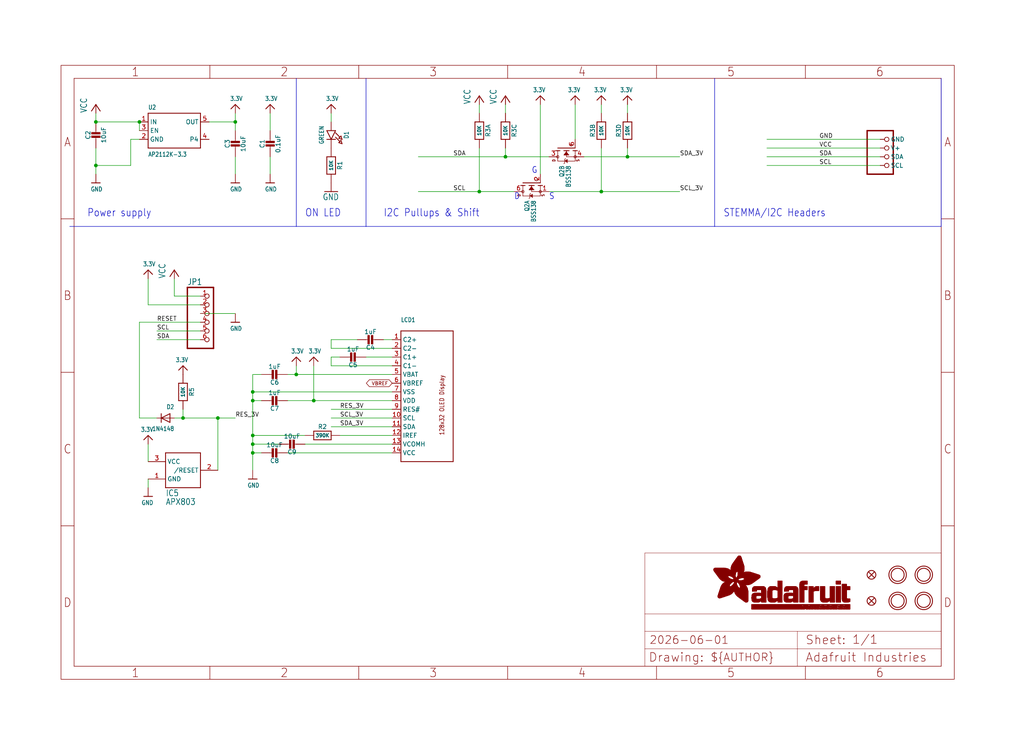
<source format=kicad_sch>
(kicad_sch (version 20230121) (generator eeschema)
  (paper "User" 298.45 217.322)
  (lib_symbols
    (symbol "working-eagle-import:3.3V" (power)
      (property "Value" "3.3V" (at -1.524 1.016 0))
      (symbol "3.3V_1_0"
        (pin power_in line (at 0 -2.54 90) (length 2.54) (name "3.3V") (number "1"))
      )
    )
    (symbol "working-eagle-import:AXP083-SAG"
      (property "Reference" "IC" (at -5.08 -7.62 0))
      (symbol "AXP083-SAG_1_0"
        (pin power_in line (at -10.16 -2.54 0) (length 5.08) (name "GND") (number "1"))
        (pin output line (at 10.16 0 180) (length 5.08) (name "/RESET") (number "2"))
        (pin power_in line (at -10.16 2.54 0) (length 5.08) (name "VCC") (number "3"))
      )
    )
    (symbol "working-eagle-import:CAP_CERAMIC0603_NO"
      (property "Reference" "C" (at -2.29 1.25 90))
      (symbol "CAP_CERAMIC0603_NO_1_0"
        (pin passive line (at 0 5.08 270) (length 2.54) (name "1") (number "1"))
        (pin passive line (at 0 -2.54 90) (length 2.54) (name "2") (number "2"))
      )
    )
    (symbol "working-eagle-import:CAP_CERAMIC0805-NOOUTLINE"
      (property "Reference" "C" (at -2.29 1.25 90))
      (symbol "CAP_CERAMIC0805-NOOUTLINE_1_0"
        (pin passive line (at 0 5.08 270) (length 2.54) (name "1") (number "1"))
        (pin passive line (at 0 -2.54 90) (length 2.54) (name "2") (number "2"))
      )
    )
    (symbol "working-eagle-import:DIODESOD-323F"
      (property "Reference" "D" (at -2.54 2.54 0))
      (symbol "DIODESOD-323F_1_0"
        (pin passive line (at -2.54 0 0) (length 2.54) (name "A") (number "A"))
        (pin passive line (at 2.54 0 180) (length 2.54) (name "C") (number "C"))
      )
    )
    (symbol "working-eagle-import:DISP_OLED_UG-2832HSWEG02"
      (property "Reference" "LCD" (at -7.62 22.86 0))
      (symbol "DISP_OLED_UG-2832HSWEG02_1_0"
        (text "128x32 OLED Display" (at 5.08 -10.16 900) (effects (font (size 1.27 1.0795)) (justify left bottom)))
        (pin bidirectional line (at -10.16 17.78 0) (length 2.54) (name "C2+") (number "1"))
        (pin bidirectional line (at -10.16 -5.08 0) (length 2.54) (name "SCL") (number "10"))
        (pin bidirectional line (at -10.16 -7.62 0) (length 2.54) (name "SDA") (number "11"))
        (pin bidirectional line (at -10.16 -10.16 0) (length 2.54) (name "IREF") (number "12"))
        (pin power_in line (at -10.16 -12.7 0) (length 2.54) (name "VCOMH") (number "13"))
        (pin power_in line (at -10.16 -15.24 0) (length 2.54) (name "VCC") (number "14"))
        (pin bidirectional line (at -10.16 15.24 0) (length 2.54) (name "C2-") (number "2"))
        (pin bidirectional line (at -10.16 12.7 0) (length 2.54) (name "C1+") (number "3"))
        (pin bidirectional line (at -10.16 10.16 0) (length 2.54) (name "C1-") (number "4"))
        (pin power_in line (at -10.16 7.62 0) (length 2.54) (name "VBAT") (number "5"))
        (pin power_in line (at -10.16 5.08 0) (length 2.54) (name "VBREF") (number "6"))
        (pin power_in line (at -10.16 2.54 0) (length 2.54) (name "VSS") (number "7"))
        (pin power_in line (at -10.16 0 0) (length 2.54) (name "VDD") (number "8"))
        (pin bidirectional line (at -10.16 -2.54 0) (length 2.54) (name "RES#") (number "9"))
      )
    )
    (symbol "working-eagle-import:FIDUCIAL_1MM")
    (symbol "working-eagle-import:FRAME_A4_ADAFRUIT"
      (symbol "FRAME_A4_ADAFRUIT_1_0"
        (text "${#}/${##}" (at 230.505 10.16 0) (effects (font (size 2.54 2.54)) (justify left bottom)))
        (text "${AUTHOR}" (at 189.23 5.08 0) (effects (font (size 2.286 2.286)) (justify left bottom)))
        (text "${CURRENT_DATE}" (at 171.45 10.16 0) (effects (font (size 2.286 2.286)) (justify left bottom)))
        (text "${PROJECTNAME}" (at 171.45 15.24 0) (effects (font (size 2.54 2.54)) (justify left bottom)))
        (text "1" (at 21.6958 1.905 0) (effects (font (size 2.54 2.286))))
        (text "1" (at 21.6958 177.165 0) (effects (font (size 2.54 2.286))))
        (text "2" (at 65.0875 1.905 0) (effects (font (size 2.54 2.286))))
        (text "2" (at 65.0875 177.165 0) (effects (font (size 2.54 2.286))))
        (text "3" (at 108.4792 1.905 0) (effects (font (size 2.54 2.286))))
        (text "3" (at 108.4792 177.165 0) (effects (font (size 2.54 2.286))))
        (text "4" (at 151.8708 1.905 0) (effects (font (size 2.54 2.286))))
        (text "4" (at 151.8708 177.165 0) (effects (font (size 2.54 2.286))))
        (text "5" (at 195.2625 1.905 0) (effects (font (size 2.54 2.286))))
        (text "5" (at 195.2625 177.165 0) (effects (font (size 2.54 2.286))))
        (text "6" (at 238.6542 1.905 0) (effects (font (size 2.54 2.286))))
        (text "6" (at 238.6542 177.165 0) (effects (font (size 2.54 2.286))))
        (text "A" (at 1.905 156.6863 0) (effects (font (size 2.54 2.286))))
        (text "A" (at 258.445 156.6863 0) (effects (font (size 2.54 2.286))))
        (text "Adafruit Industries" (at 216.916 4.953 0) (effects (font (size 2.54 2.54)) (justify left bottom)))
        (text "B" (at 1.905 111.9188 0) (effects (font (size 2.54 2.286))))
        (text "B" (at 258.445 111.9188 0) (effects (font (size 2.54 2.286))))
        (text "C" (at 1.905 67.1513 0) (effects (font (size 2.54 2.286))))
        (text "C" (at 258.445 67.1513 0) (effects (font (size 2.54 2.286))))
        (text "D" (at 1.905 22.3838 0) (effects (font (size 2.54 2.286))))
        (text "D" (at 258.445 22.3838 0) (effects (font (size 2.54 2.286))))
        (text "Drawing:" (at 171.196 4.953 0) (effects (font (size 2.54 2.54)) (justify left bottom)))
        (text "Sheet:" (at 216.916 10.033 0) (effects (font (size 2.54 2.54)) (justify left bottom)))
      )
    )
    (symbol "working-eagle-import:GND" (power)
      (property "Value" "GND" (at -1.524 -2.54 0))
      (symbol "GND_1_0"
        (pin power_in line (at 0 2.54 270) (length 2.54) (name "GND") (number "1"))
      )
    )
    (symbol "working-eagle-import:HEADER-1X670MIL"
      (property "Reference" "JP" (at -6.35 10.795 0))
      (symbol "HEADER-1X670MIL_1_0"
        (pin passive inverted (at -2.54 7.62 0) (length 2.54) (name "1") (number "1"))
        (pin passive inverted (at -2.54 5.08 0) (length 2.54) (name "2") (number "2"))
        (pin passive inverted (at -2.54 2.54 0) (length 2.54) (name "3") (number "3"))
        (pin passive inverted (at -2.54 0 0) (length 2.54) (name "4") (number "4"))
        (pin passive inverted (at -2.54 -2.54 0) (length 2.54) (name "5") (number "5"))
        (pin passive inverted (at -2.54 -5.08 0) (length 2.54) (name "6") (number "6"))
      )
    )
    (symbol "working-eagle-import:LED0603_NOOUTLINE"
      (property "Reference" "D" (at -1.27 4.445 0))
      (symbol "LED0603_NOOUTLINE_1_0"
        (pin passive line (at -5.08 0 0) (length 2.54) (name "A") (number "A"))
        (pin passive line (at 2.54 0 180) (length 2.54) (name "C") (number "C"))
      )
    )
    (symbol "working-eagle-import:MOSFET-N_DUAL"
      (property "Reference" "Q" (at 5.08 0.635 0))
      (symbol "MOSFET-N_DUAL_1_0"
        (text "D" (at 3.175 3.175 0) (effects (font (size 0.8128 0.6908)) (justify left bottom)))
        (text "G" (at -1.27 -1.905 0) (effects (font (size 0.8128 0.6908)) (justify left bottom)))
        (text "S" (at 3.175 -3.81 0) (effects (font (size 0.8128 0.6908)) (justify left bottom)))
        (pin bidirectional line (at 2.54 -5.08 90) (length 2.54) (name "S") (number "1"))
        (pin bidirectional line (at -2.54 -2.54 0) (length 2.54) (name "G") (number "2"))
        (pin bidirectional line (at 2.54 5.08 270) (length 2.54) (name "D") (number "6"))
      )
      (symbol "MOSFET-N_DUAL_2_0"
        (text "D" (at 3.175 3.175 0) (effects (font (size 0.8128 0.6908)) (justify left bottom)))
        (text "G" (at -1.27 -1.905 0) (effects (font (size 0.8128 0.6908)) (justify left bottom)))
        (text "S" (at 3.175 -3.81 0) (effects (font (size 0.8128 0.6908)) (justify left bottom)))
        (pin bidirectional line (at 2.54 5.08 270) (length 2.54) (name "D") (number "3"))
        (pin bidirectional line (at 2.54 -5.08 90) (length 2.54) (name "S") (number "4"))
        (pin bidirectional line (at -2.54 -2.54 0) (length 2.54) (name "G") (number "5"))
      )
    )
    (symbol "working-eagle-import:MOUNTINGHOLE2.5")
    (symbol "working-eagle-import:RESISTOR_0603_NOOUT"
      (property "Reference" "R" (at 0 2.54 0))
      (symbol "RESISTOR_0603_NOOUT_1_0"
        (pin passive line (at -5.08 0 0) (length 2.54) (name "1") (number "1"))
        (pin passive line (at 5.08 0 180) (length 2.54) (name "2") (number "2"))
      )
    )
    (symbol "working-eagle-import:RESISTOR_4PACK"
      (property "Reference" "R" (at 0 2.54 0))
      (symbol "RESISTOR_4PACK_1_0"
        (pin passive line (at -5.08 0 0) (length 2.54) (name "1") (number "1"))
        (pin passive line (at 5.08 0 180) (length 2.54) (name "2") (number "8"))
      )
      (symbol "RESISTOR_4PACK_2_0"
        (pin passive line (at -5.08 0 0) (length 2.54) (name "1") (number "2"))
        (pin passive line (at 5.08 0 180) (length 2.54) (name "2") (number "7"))
      )
      (symbol "RESISTOR_4PACK_3_0"
        (pin passive line (at -5.08 0 0) (length 2.54) (name "1") (number "3"))
        (pin passive line (at 5.08 0 180) (length 2.54) (name "2") (number "6"))
      )
      (symbol "RESISTOR_4PACK_4_0"
        (pin passive line (at -5.08 0 0) (length 2.54) (name "1") (number "4"))
        (pin passive line (at 5.08 0 180) (length 2.54) (name "2") (number "5"))
      )
    )
    (symbol "working-eagle-import:STEMMA_I2C_QT"
      (symbol "STEMMA_I2C_QT_1_0"
        (pin passive inverted (at 0 5.08 0) (length 2.54) (name "GND") (number "1"))
        (pin passive inverted (at 0 2.54 0) (length 2.54) (name "V+") (number "2"))
        (pin passive inverted (at 0 0 0) (length 2.54) (name "SDA") (number "3"))
        (pin passive inverted (at 0 -2.54 0) (length 2.54) (name "SCL") (number "4"))
      )
      (symbol "STEMMA_I2C_QT_2_0"
        (pin bidirectional line (at 0 0 0) (length 5.08) (name "MT") (number "MT1"))
      )
      (symbol "STEMMA_I2C_QT_3_0"
        (pin bidirectional line (at 0 0 0) (length 5.08) (name "MT") (number "MT2"))
      )
    )
    (symbol "working-eagle-import:VCC" (power)
      (property "Value" "VCC" (at -2.54 -2.54 90))
      (symbol "VCC_1_0"
        (pin power_in line (at 0 -2.54 90) (length 2.54) (name "VCC") (number "1"))
      )
    )
    (symbol "working-eagle-import:VREG_SOT23-5"
      (property "Reference" "U" (at -7.62 6.096 0))
      (symbol "VREG_SOT23-5_1_0"
        (pin power_in line (at -10.16 2.54 0) (length 2.54) (name "IN") (number "1"))
        (pin power_in line (at -10.16 -2.54 0) (length 2.54) (name "GND") (number "2"))
        (pin input line (at -10.16 0 0) (length 2.54) (name "EN") (number "3"))
        (pin bidirectional line (at 10.16 -2.54 180) (length 2.54) (name "P4") (number "4"))
        (pin power_in line (at 10.16 2.54 180) (length 2.54) (name "OUT") (number "5"))
      )
    )
    (symbol "working-eagle-import:supply1_GND" (power)
      (property "Value" "supply1_GND" (at -2.54 -2.54 0))
      (symbol "supply1_GND_1_0"
        (pin power_in line (at 0 2.54 270) (length 2.54) (name "GND") (number "1"))
      )
    )
  )
  (junction (at 73.66 129.54))
  (junction (at 175.26 55.88))
  (junction (at 182.88 45.72))
  (junction (at 73.66 114.3))
  (junction (at 73.66 127))
  (junction (at 40.64 35.56))
  (junction (at 139.7 55.88))
  (junction (at 63.5 121.92))
  (junction (at 27.94 35.56))
  (junction (at 86.36 109.22))
  (junction (at 68.58 35.56))
  (junction (at 91.44 116.84))
  (junction (at 27.94 48.26))
  (junction (at 73.66 132.08))
  (junction (at 73.66 116.84))
  (junction (at 53.34 121.92))
  (junction (at 147.32 45.72))
  (wire (pts (xy 43.18 134.62) (xy 43.18 129.54)) (stroke (width 0.1524)))
  (wire (pts (xy 68.58 35.56) (xy 68.58 38.1)) (stroke (width 0.1524)))
  (wire (pts (xy 38.1 48.26) (xy 27.94 48.26)) (stroke (width 0.1524)))
  (wire (pts (xy 45.72 121.92) (xy 40.64 121.92)) (stroke (width 0.1524)))
  (wire (pts (xy 53.34 121.92) (xy 63.5 121.92)) (stroke (width 0.1524)))
  (wire (pts (xy 86.36 109.22) (xy 83.82 109.22)) (stroke (width 0.1524)))
  (wire (pts (xy 139.7 43.18) (xy 139.7 55.88)) (stroke (width 0.1524)))
  (wire (pts (xy 86.36 106.68) (xy 86.36 109.22)) (stroke (width 0.1524)))
  (wire (pts (xy 114.3 124.46) (xy 96.52 124.46)) (stroke (width 0.1524)))
  (wire (pts (xy 96.52 101.6) (xy 114.3 101.6)) (stroke (width 0.1524)))
  (wire (pts (xy 160.02 55.88) (xy 175.26 55.88)) (stroke (width 0.1524)))
  (wire (pts (xy 58.42 96.52) (xy 45.72 96.52)) (stroke (width 0.1524)))
  (wire (pts (xy 88.9 127) (xy 73.66 127)) (stroke (width 0.1524)))
  (wire (pts (xy 182.88 43.18) (xy 182.88 45.72)) (stroke (width 0.1524)))
  (wire (pts (xy 53.34 119.38) (xy 53.34 121.92)) (stroke (width 0.1524)))
  (wire (pts (xy 147.32 45.72) (xy 121.92 45.72)) (stroke (width 0.1524)))
  (wire (pts (xy 43.18 88.9) (xy 43.18 81.28)) (stroke (width 0.1524)))
  (wire (pts (xy 175.26 55.88) (xy 198.12 55.88)) (stroke (width 0.1524)))
  (wire (pts (xy 114.3 129.54) (xy 88.9 129.54)) (stroke (width 0.1524)))
  (wire (pts (xy 78.74 33.02) (xy 78.74 38.1)) (stroke (width 0.1524)))
  (wire (pts (xy 91.44 106.68) (xy 91.44 116.84)) (stroke (width 0.1524)))
  (wire (pts (xy 114.3 109.22) (xy 86.36 109.22)) (stroke (width 0.1524)))
  (wire (pts (xy 96.52 104.14) (xy 96.52 106.68)) (stroke (width 0.1524)))
  (wire (pts (xy 76.2 109.22) (xy 73.66 109.22)) (stroke (width 0.1524)))
  (wire (pts (xy 256.54 45.72) (xy 223.52 45.72)) (stroke (width 0.1524)))
  (polyline (pts (xy 208.28 66.04) (xy 274.32 66.04)) (stroke (width 0.1524) (type solid)))
  (wire (pts (xy 157.48 50.8) (xy 157.48 30.48)) (stroke (width 0.1524)))
  (wire (pts (xy 96.52 99.06) (xy 96.52 101.6)) (stroke (width 0.1524)))
  (wire (pts (xy 76.2 132.08) (xy 73.66 132.08)) (stroke (width 0.1524)))
  (wire (pts (xy 223.52 43.18) (xy 256.54 43.18)) (stroke (width 0.1524)))
  (wire (pts (xy 170.18 45.72) (xy 182.88 45.72)) (stroke (width 0.1524)))
  (wire (pts (xy 38.1 40.64) (xy 38.1 48.26)) (stroke (width 0.1524)))
  (wire (pts (xy 114.3 119.38) (xy 96.52 119.38)) (stroke (width 0.1524)))
  (wire (pts (xy 40.64 38.1) (xy 40.64 35.56)) (stroke (width 0.1524)))
  (wire (pts (xy 139.7 55.88) (xy 121.92 55.88)) (stroke (width 0.1524)))
  (wire (pts (xy 63.5 121.92) (xy 68.58 121.92)) (stroke (width 0.1524)))
  (wire (pts (xy 60.96 35.56) (xy 68.58 35.56)) (stroke (width 0.1524)))
  (polyline (pts (xy 106.68 22.86) (xy 106.68 66.04)) (stroke (width 0.1524) (type solid)))
  (wire (pts (xy 76.2 116.84) (xy 73.66 116.84)) (stroke (width 0.1524)))
  (wire (pts (xy 114.3 116.84) (xy 91.44 116.84)) (stroke (width 0.1524)))
  (wire (pts (xy 139.7 30.48) (xy 139.7 33.02)) (stroke (width 0.1524)))
  (wire (pts (xy 50.8 121.92) (xy 53.34 121.92)) (stroke (width 0.1524)))
  (wire (pts (xy 147.32 33.02) (xy 147.32 30.48)) (stroke (width 0.1524)))
  (wire (pts (xy 78.74 45.72) (xy 78.74 50.8)) (stroke (width 0.1524)))
  (wire (pts (xy 58.42 93.98) (xy 40.64 93.98)) (stroke (width 0.1524)))
  (polyline (pts (xy 86.36 22.86) (xy 86.36 66.04)) (stroke (width 0.1524) (type solid)))
  (wire (pts (xy 27.94 33.02) (xy 27.94 35.56)) (stroke (width 0.1524)))
  (wire (pts (xy 182.88 33.02) (xy 182.88 30.48)) (stroke (width 0.1524)))
  (wire (pts (xy 73.66 132.08) (xy 73.66 137.16)) (stroke (width 0.1524)))
  (wire (pts (xy 175.26 43.18) (xy 175.26 55.88)) (stroke (width 0.1524)))
  (wire (pts (xy 149.86 55.88) (xy 139.7 55.88)) (stroke (width 0.1524)))
  (wire (pts (xy 27.94 48.26) (xy 27.94 43.18)) (stroke (width 0.1524)))
  (polyline (pts (xy 106.68 66.04) (xy 208.28 66.04)) (stroke (width 0.1524) (type solid)))
  (wire (pts (xy 167.64 40.64) (xy 167.64 30.48)) (stroke (width 0.1524)))
  (polyline (pts (xy 20.32 66.04) (xy 86.36 66.04)) (stroke (width 0.1524) (type solid)))
  (wire (pts (xy 114.3 99.06) (xy 111.76 99.06)) (stroke (width 0.1524)))
  (wire (pts (xy 73.66 116.84) (xy 73.66 127)) (stroke (width 0.1524)))
  (wire (pts (xy 147.32 43.18) (xy 147.32 45.72)) (stroke (width 0.1524)))
  (wire (pts (xy 256.54 40.64) (xy 223.52 40.64)) (stroke (width 0.1524)))
  (wire (pts (xy 99.06 104.14) (xy 96.52 104.14)) (stroke (width 0.1524)))
  (wire (pts (xy 81.28 129.54) (xy 73.66 129.54)) (stroke (width 0.1524)))
  (wire (pts (xy 160.02 45.72) (xy 147.32 45.72)) (stroke (width 0.1524)))
  (wire (pts (xy 40.64 121.92) (xy 40.64 93.98)) (stroke (width 0.1524)))
  (wire (pts (xy 175.26 33.02) (xy 175.26 30.48)) (stroke (width 0.1524)))
  (wire (pts (xy 40.64 40.64) (xy 38.1 40.64)) (stroke (width 0.1524)))
  (wire (pts (xy 73.66 109.22) (xy 73.66 114.3)) (stroke (width 0.1524)))
  (wire (pts (xy 50.8 86.36) (xy 50.8 81.28)) (stroke (width 0.1524)))
  (wire (pts (xy 73.66 129.54) (xy 73.66 132.08)) (stroke (width 0.1524)))
  (wire (pts (xy 40.64 35.56) (xy 27.94 35.56)) (stroke (width 0.1524)))
  (wire (pts (xy 73.66 114.3) (xy 73.66 116.84)) (stroke (width 0.1524)))
  (wire (pts (xy 58.42 91.44) (xy 68.58 91.44)) (stroke (width 0.1524)))
  (wire (pts (xy 58.42 99.06) (xy 45.72 99.06)) (stroke (width 0.1524)))
  (wire (pts (xy 91.44 116.84) (xy 83.82 116.84)) (stroke (width 0.1524)))
  (wire (pts (xy 73.66 127) (xy 73.66 129.54)) (stroke (width 0.1524)))
  (wire (pts (xy 114.3 114.3) (xy 73.66 114.3)) (stroke (width 0.1524)))
  (wire (pts (xy 182.88 45.72) (xy 198.12 45.72)) (stroke (width 0.1524)))
  (wire (pts (xy 68.58 35.56) (xy 68.58 33.02)) (stroke (width 0.1524)))
  (polyline (pts (xy 274.32 22.86) (xy 274.32 66.04)) (stroke (width 0.1524) (type solid)))
  (wire (pts (xy 96.52 35.56) (xy 96.52 33.02)) (stroke (width 0.1524)))
  (wire (pts (xy 223.52 48.26) (xy 256.54 48.26)) (stroke (width 0.1524)))
  (wire (pts (xy 63.5 137.16) (xy 63.5 121.92)) (stroke (width 0.1524)))
  (polyline (pts (xy 86.36 66.04) (xy 106.68 66.04)) (stroke (width 0.1524) (type solid)))
  (wire (pts (xy 114.3 104.14) (xy 106.68 104.14)) (stroke (width 0.1524)))
  (wire (pts (xy 58.42 88.9) (xy 43.18 88.9)) (stroke (width 0.1524)))
  (wire (pts (xy 68.58 45.72) (xy 68.58 50.8)) (stroke (width 0.1524)))
  (wire (pts (xy 114.3 121.92) (xy 96.52 121.92)) (stroke (width 0.1524)))
  (polyline (pts (xy 208.28 22.86) (xy 208.28 66.04)) (stroke (width 0.1524) (type solid)))
  (wire (pts (xy 114.3 132.08) (xy 83.82 132.08)) (stroke (width 0.1524)))
  (wire (pts (xy 43.18 139.7) (xy 43.18 142.24)) (stroke (width 0.1524)))
  (wire (pts (xy 104.14 99.06) (xy 96.52 99.06)) (stroke (width 0.1524)))
  (wire (pts (xy 96.52 106.68) (xy 114.3 106.68)) (stroke (width 0.1524)))
  (wire (pts (xy 58.42 86.36) (xy 50.8 86.36)) (stroke (width 0.1524)))
  (wire (pts (xy 27.94 48.26) (xy 27.94 50.8)) (stroke (width 0.1524)))
  (wire (pts (xy 114.3 127) (xy 99.06 127)) (stroke (width 0.1524)))
  (text "STEMMA/I2C Headers" (at 210.82 63.5 0) (effects (font (size 2.1844 1.8567)) (justify left bottom)))
  (text "Power supply" (at 25.4 63.5 0) (effects (font (size 2.1844 1.8567)) (justify left bottom)))
  (text "D" (at 149.86 58.42 0) (effects (font (size 1.778 1.5113)) (justify left bottom)))
  (text "ON LED" (at 88.9 63.5 0) (effects (font (size 2.1844 1.8567)) (justify left bottom)))
  (text "I2C Pullups & Shift" (at 111.76 63.5 0) (effects (font (size 2.1844 1.8567)) (justify left bottom)))
  (text "G" (at 154.94 50.8 0) (effects (font (size 1.778 1.5113)) (justify left bottom)))
  (text "S" (at 160.02 58.42 0) (effects (font (size 1.778 1.5113)) (justify left bottom)))
  (label "SDA_3V" (at 198.12 45.72 0) (effects (font (size 1.2446 1.2446))))
  (label "SCL" (at 238.76 48.26 0) (effects (font (size 1.2446 1.2446))))
  (label "SCL" (at 132.08 55.88 0) (effects (font (size 1.2446 1.2446))))
  (label "GND" (at 238.76 40.64 0) (effects (font (size 1.2446 1.2446))))
  (label "RESET" (at 45.72 93.98 0) (effects (font (size 1.2446 1.2446))))
  (label "SCL_3V" (at 99.06 121.92 0) (effects (font (size 1.2446 1.2446))))
  (label "RES_3V" (at 99.06 119.38 0) (effects (font (size 1.2446 1.2446))))
  (label "SDA" (at 238.76 45.72 0) (effects (font (size 1.2446 1.2446))))
  (label "SDA" (at 132.08 45.72 0) (effects (font (size 1.2446 1.2446))))
  (label "SDA" (at 45.72 99.06 0) (effects (font (size 1.2446 1.2446))))
  (label "SCL" (at 45.72 96.52 0) (effects (font (size 1.2446 1.2446))))
  (label "SCL_3V" (at 198.12 55.88 0) (effects (font (size 1.2446 1.2446))))
  (label "SDA_3V" (at 99.06 124.46 0) (effects (font (size 1.2446 1.2446))))
  (label "RES_3V" (at 68.58 121.92 0) (effects (font (size 1.2446 1.2446))))
  (label "VCC" (at 238.76 43.18 0) (effects (font (size 1.2446 1.2446))))
  (global_label "VBREF" (shape bidirectional) (at 114.3 111.76 180) (effects (font (size 1.016 1.016))) (property "Intersheetrefs" "${INTERSHEET_REFS}" (effects hide)))
  (symbol (lib_id "working-eagle-import:DIODESOD-323F") (at 48.26 121.92 0) (mirror y) (unit 1)
    (property "Reference" "D2" (at 50.8 119.38 0) (effects (font (size 1.27 1.0795)) (justify left bottom)))
    (property "Value" "1N4148" (at 50.8 125.73 0) (effects (font (size 1.27 1.0795)) (justify left bottom)))
    (property "Footprint" "working:SOD-323F" (effects hide))
  )
  (symbol (lib_id "working-eagle-import:RESISTOR_4PACK") (at 175.26 38.1 90) (mirror x) (unit 2)
    (property "Reference" "R3" (at 172.72 38.1 0))
    (property "Value" "10K" (at 175.26 38.1 0) (effects (font (size 1.016 1.016) bold)))
    (property "Footprint" "working:RESPACK_4X0603" (effects hide))
  )
  (symbol (lib_id "working-eagle-import:CAP_CERAMIC0805-NOOUTLINE") (at 81.28 109.22 90) (unit 1)
    (property "Reference" "C6" (at 80.03 111.51 90))
    (property "Value" "1uF" (at 80.03 106.92 90))
    (property "Footprint" "working:0805-NO" (effects hide))
  )
  (symbol (lib_id "working-eagle-import:GND") (at 68.58 53.34 0) (unit 1)
    (property "Reference" "#U$5" (effects hide))
    (property "Value" "GND" (at 67.056 55.88 0) (effects (font (size 1.27 1.0795)) (justify left bottom)))
  )
  (symbol (lib_id "working-eagle-import:GND") (at 73.66 139.7 0) (unit 1)
    (property "Reference" "#U$4" (effects hide))
    (property "Value" "GND" (at 72.136 142.24 0) (effects (font (size 1.27 1.0795)) (justify left bottom)))
  )
  (symbol (lib_id "working-eagle-import:HEADER-1X670MIL") (at 60.96 93.98 0) (unit 1)
    (property "Reference" "JP1" (at 54.61 83.185 0) (effects (font (size 1.778 1.5113)) (justify left bottom)))
    (property "Value" "HEADER-1X670MIL" (effects hide))
    (property "Footprint" "working:1X06_ROUND_70" (effects hide))
  )
  (symbol (lib_id "working-eagle-import:MOSFET-N_DUAL") (at 165.1 43.18 90) (mirror x) (unit 2)
    (property "Reference" "Q2" (at 164.465 48.26 0) (effects (font (size 1.27 1.0795)) (justify left bottom)))
    (property "Value" "BSS138" (at 166.37 48.26 0) (effects (font (size 1.27 1.0795)) (justify left bottom)))
    (property "Footprint" "working:SOT363" (effects hide))
  )
  (symbol (lib_id "working-eagle-import:3.3V") (at 182.88 27.94 0) (mirror y) (unit 1)
    (property "Reference" "#U$7" (effects hide))
    (property "Value" "3.3V" (at 184.404 26.924 0) (effects (font (size 1.27 1.0795)) (justify left bottom)))
  )
  (symbol (lib_id "working-eagle-import:CAP_CERAMIC0805-NOOUTLINE") (at 81.28 116.84 90) (unit 1)
    (property "Reference" "C7" (at 80.03 119.13 90))
    (property "Value" "1uF" (at 80.03 114.54 90))
    (property "Footprint" "working:0805-NO" (effects hide))
  )
  (symbol (lib_id "working-eagle-import:3.3V") (at 53.34 106.68 0) (mirror y) (unit 1)
    (property "Reference" "#U$34" (effects hide))
    (property "Value" "3.3V" (at 54.864 105.664 0) (effects (font (size 1.27 1.0795)) (justify left bottom)))
  )
  (symbol (lib_id "working-eagle-import:MOUNTINGHOLE2.5") (at 261.62 175.26 0) (unit 1)
    (property "Reference" "U$1" (effects hide))
    (property "Value" "MOUNTINGHOLE2.5" (effects hide))
    (property "Footprint" "working:MOUNTINGHOLE_2.5_PLATED" (effects hide))
  )
  (symbol (lib_id "working-eagle-import:RESISTOR_4PACK") (at 139.7 38.1 270) (unit 1)
    (property "Reference" "R3" (at 142.24 38.1 0))
    (property "Value" "10K" (at 139.7 38.1 0) (effects (font (size 1.016 1.016) bold)))
    (property "Footprint" "working:RESPACK_4X0603" (effects hide))
  )
  (symbol (lib_id "working-eagle-import:RESISTOR_0603_NOOUT") (at 53.34 114.3 270) (mirror x) (unit 1)
    (property "Reference" "R5" (at 55.88 114.3 0))
    (property "Value" "10K" (at 53.34 114.3 0) (effects (font (size 1.016 1.016) bold)))
    (property "Footprint" "working:0603-NO" (effects hide))
  )
  (symbol (lib_id "working-eagle-import:CAP_CERAMIC0805-NOOUTLINE") (at 81.28 132.08 90) (unit 1)
    (property "Reference" "C8" (at 80.03 134.37 90))
    (property "Value" "10uF" (at 80.03 129.78 90))
    (property "Footprint" "working:0805-NO" (effects hide))
  )
  (symbol (lib_id "working-eagle-import:3.3V") (at 43.18 127 0) (mirror y) (unit 1)
    (property "Reference" "#U$11" (effects hide))
    (property "Value" "3.3V" (at 44.704 125.984 0) (effects (font (size 1.27 1.0795)) (justify left bottom)))
  )
  (symbol (lib_id "working-eagle-import:3.3V") (at 43.18 78.74 0) (unit 1)
    (property "Reference" "#U$16" (effects hide))
    (property "Value" "3.3V" (at 41.656 77.724 0) (effects (font (size 1.27 1.0795)) (justify left bottom)))
  )
  (symbol (lib_id "working-eagle-import:CAP_CERAMIC0805-NOOUTLINE") (at 109.22 99.06 90) (unit 1)
    (property "Reference" "C4" (at 107.97 101.35 90))
    (property "Value" "1uF" (at 107.97 96.76 90))
    (property "Footprint" "working:0805-NO" (effects hide))
  )
  (symbol (lib_id "working-eagle-import:CAP_CERAMIC0805-NOOUTLINE") (at 27.94 40.64 0) (unit 1)
    (property "Reference" "C2" (at 25.65 39.39 90))
    (property "Value" "10uF" (at 30.24 39.39 90))
    (property "Footprint" "working:0805-NO" (effects hide))
  )
  (symbol (lib_id "working-eagle-import:VCC") (at 50.8 78.74 0) (unit 1)
    (property "Reference" "#P+4" (effects hide))
    (property "Value" "VCC" (at 48.26 81.28 90) (effects (font (size 1.778 1.5113)) (justify left bottom)))
  )
  (symbol (lib_id "working-eagle-import:3.3V") (at 175.26 27.94 0) (mirror y) (unit 1)
    (property "Reference" "#U$24" (effects hide))
    (property "Value" "3.3V" (at 176.784 26.924 0) (effects (font (size 1.27 1.0795)) (justify left bottom)))
  )
  (symbol (lib_id "working-eagle-import:VCC") (at 139.7 27.94 0) (unit 1)
    (property "Reference" "#P+1" (effects hide))
    (property "Value" "VCC" (at 137.16 30.48 90) (effects (font (size 1.778 1.5113)) (justify left bottom)))
  )
  (symbol (lib_id "working-eagle-import:GND") (at 27.94 53.34 0) (unit 1)
    (property "Reference" "#U$13" (effects hide))
    (property "Value" "GND" (at 26.416 55.88 0) (effects (font (size 1.27 1.0795)) (justify left bottom)))
  )
  (symbol (lib_id "working-eagle-import:VCC") (at 27.94 30.48 0) (unit 1)
    (property "Reference" "#P+3" (effects hide))
    (property "Value" "VCC" (at 25.4 33.02 90) (effects (font (size 1.778 1.5113)) (justify left bottom)))
  )
  (symbol (lib_id "working-eagle-import:3.3V") (at 91.44 104.14 0) (unit 1)
    (property "Reference" "#U$9" (effects hide))
    (property "Value" "3.3V" (at 89.916 103.124 0) (effects (font (size 1.27 1.0795)) (justify left bottom)))
  )
  (symbol (lib_id "working-eagle-import:MOUNTINGHOLE2.5") (at 269.24 175.26 0) (unit 1)
    (property "Reference" "U$21" (effects hide))
    (property "Value" "MOUNTINGHOLE2.5" (effects hide))
    (property "Footprint" "working:MOUNTINGHOLE_2.5_PLATED" (effects hide))
  )
  (symbol (lib_id "working-eagle-import:RESISTOR_4PACK") (at 182.88 38.1 90) (mirror x) (unit 4)
    (property "Reference" "R3" (at 180.34 38.1 0))
    (property "Value" "10K" (at 182.88 38.1 0) (effects (font (size 1.016 1.016) bold)))
    (property "Footprint" "working:RESPACK_4X0603" (effects hide))
  )
  (symbol (lib_id "working-eagle-import:CAP_CERAMIC0603_NO") (at 78.74 43.18 0) (unit 1)
    (property "Reference" "C1" (at 76.45 41.93 90))
    (property "Value" "0.1uF" (at 81.04 41.93 90))
    (property "Footprint" "working:0603-NO" (effects hide))
  )
  (symbol (lib_id "working-eagle-import:RESISTOR_4PACK") (at 147.32 38.1 270) (unit 3)
    (property "Reference" "R3" (at 149.86 38.1 0))
    (property "Value" "10K" (at 147.32 38.1 0) (effects (font (size 1.016 1.016) bold)))
    (property "Footprint" "working:RESPACK_4X0603" (effects hide))
  )
  (symbol (lib_id "working-eagle-import:CAP_CERAMIC0805-NOOUTLINE") (at 104.14 104.14 90) (unit 1)
    (property "Reference" "C5" (at 102.89 106.43 90))
    (property "Value" "1uF" (at 102.89 101.84 90))
    (property "Footprint" "working:0805-NO" (effects hide))
  )
  (symbol (lib_id "working-eagle-import:GND") (at 68.58 93.98 0) (unit 1)
    (property "Reference" "#U$10" (effects hide))
    (property "Value" "GND" (at 67.056 96.52 0) (effects (font (size 1.27 1.0795)) (justify left bottom)))
  )
  (symbol (lib_id "working-eagle-import:CAP_CERAMIC0805-NOOUTLINE") (at 86.36 129.54 90) (unit 1)
    (property "Reference" "C9" (at 85.11 131.83 90))
    (property "Value" "10uF" (at 85.11 127.24 90))
    (property "Footprint" "working:0805-NO" (effects hide))
  )
  (symbol (lib_id "working-eagle-import:VREG_SOT23-5") (at 50.8 38.1 0) (unit 1)
    (property "Reference" "U2" (at 43.18 32.004 0) (effects (font (size 1.27 1.0795)) (justify left bottom)))
    (property "Value" "AP2112K-3.3" (at 43.18 45.72 0) (effects (font (size 1.27 1.0795)) (justify left bottom)))
    (property "Footprint" "working:SOT23-5" (effects hide))
  )
  (symbol (lib_id "working-eagle-import:DISP_OLED_UG-2832HSWEG02") (at 124.46 116.84 0) (unit 1)
    (property "Reference" "LCD1" (at 116.84 93.98 0) (effects (font (size 1.27 1.0795)) (justify left bottom)))
    (property "Value" "DISP_OLED_UG-2832HSWEG02" (effects hide))
    (property "Footprint" "working:UG-2832HSWEG02_WRAPUNDER" (effects hide))
  )
  (symbol (lib_id "working-eagle-import:MOUNTINGHOLE2.5") (at 261.62 167.64 0) (unit 1)
    (property "Reference" "U$17" (effects hide))
    (property "Value" "MOUNTINGHOLE2.5" (effects hide))
    (property "Footprint" "working:MOUNTINGHOLE_2.5_PLATED" (effects hide))
  )
  (symbol (lib_id "working-eagle-import:FIDUCIAL_1MM") (at 254 175.26 0) (unit 1)
    (property "Reference" "FID3" (effects hide))
    (property "Value" "FIDUCIAL_1MM" (effects hide))
    (property "Footprint" "working:FIDUCIAL_1MM" (effects hide))
  )
  (symbol (lib_id "working-eagle-import:STEMMA_I2C_QT") (at 256.54 45.72 0) (unit 1)
    (property "Reference" "CONN4" (effects hide))
    (property "Value" "STEMMA_I2C_QT" (effects hide))
    (property "Footprint" "working:JST_SH4" (effects hide))
  )
  (symbol (lib_id "working-eagle-import:LED0603_NOOUTLINE") (at 96.52 40.64 270) (unit 1)
    (property "Reference" "D1" (at 100.965 39.37 0) (effects (font (size 1.27 1.0795))))
    (property "Value" "GREEN" (at 93.726 39.37 0) (effects (font (size 1.27 1.0795))))
    (property "Footprint" "working:CHIPLED_0603_NOOUTLINE" (effects hide))
  )
  (symbol (lib_id "working-eagle-import:RESISTOR_0603_NOOUT") (at 93.98 127 0) (unit 1)
    (property "Reference" "R2" (at 93.98 124.46 0))
    (property "Value" "390K" (at 93.98 127 0) (effects (font (size 1.016 1.016) bold)))
    (property "Footprint" "working:0603-NO" (effects hide))
  )
  (symbol (lib_id "working-eagle-import:MOSFET-N_DUAL") (at 154.94 53.34 90) (mirror x) (unit 1)
    (property "Reference" "Q2" (at 154.305 58.42 0) (effects (font (size 1.27 1.0795)) (justify left bottom)))
    (property "Value" "BSS138" (at 156.21 58.42 0) (effects (font (size 1.27 1.0795)) (justify left bottom)))
    (property "Footprint" "working:SOT363" (effects hide))
  )
  (symbol (lib_id "working-eagle-import:GND") (at 78.74 53.34 0) (unit 1)
    (property "Reference" "#U$6" (effects hide))
    (property "Value" "GND" (at 77.216 55.88 0) (effects (font (size 1.27 1.0795)) (justify left bottom)))
  )
  (symbol (lib_id "working-eagle-import:FRAME_A4_ADAFRUIT") (at 17.78 198.12 0) (unit 1)
    (property "Reference" "#U$18" (effects hide))
    (property "Value" "FRAME_A4_ADAFRUIT" (effects hide))
  )
  (symbol (lib_id "working-eagle-import:FIDUCIAL_1MM") (at 254 167.64 0) (unit 1)
    (property "Reference" "FID4" (effects hide))
    (property "Value" "FIDUCIAL_1MM" (effects hide))
    (property "Footprint" "working:FIDUCIAL_1MM" (effects hide))
  )
  (symbol (lib_id "working-eagle-import:RESISTOR_0603_NOOUT") (at 96.52 48.26 270) (unit 1)
    (property "Reference" "R1" (at 99.06 48.26 0))
    (property "Value" "10K" (at 96.52 48.26 0) (effects (font (size 1.016 1.016) bold)))
    (property "Footprint" "working:0603-NO" (effects hide))
  )
  (symbol (lib_id "working-eagle-import:3.3V") (at 96.52 30.48 0) (unit 1)
    (property "Reference" "#U$3" (effects hide))
    (property "Value" "3.3V" (at 94.996 29.464 0) (effects (font (size 1.27 1.0795)) (justify left bottom)))
  )
  (symbol (lib_id "working-eagle-import:GND") (at 43.18 144.78 0) (mirror y) (unit 1)
    (property "Reference" "#U$2" (effects hide))
    (property "Value" "GND" (at 44.704 147.32 0) (effects (font (size 1.27 1.0795)) (justify left bottom)))
  )
  (symbol (lib_id "working-eagle-import:3.3V") (at 157.48 27.94 0) (mirror y) (unit 1)
    (property "Reference" "#U$26" (effects hide))
    (property "Value" "3.3V" (at 159.004 26.924 0) (effects (font (size 1.27 1.0795)) (justify left bottom)))
  )
  (symbol (lib_id "working-eagle-import:3.3V") (at 86.36 104.14 0) (unit 1)
    (property "Reference" "#U$8" (effects hide))
    (property "Value" "3.3V" (at 84.836 103.124 0) (effects (font (size 1.27 1.0795)) (justify left bottom)))
  )
  (symbol (lib_id "working-eagle-import:AXP083-SAG") (at 53.34 137.16 0) (unit 1)
    (property "Reference" "IC5" (at 48.26 144.78 0) (effects (font (size 1.778 1.5113)) (justify left bottom)))
    (property "Value" "APX803" (at 48.26 147.32 0) (effects (font (size 1.778 1.5113)) (justify left bottom)))
    (property "Footprint" "working:SOT23" (effects hide))
  )
  (symbol (lib_id "working-eagle-import:3.3V") (at 68.58 30.48 0) (unit 1)
    (property "Reference" "#U$15" (effects hide))
    (property "Value" "3.3V" (at 67.056 29.464 0) (effects (font (size 1.27 1.0795)) (justify left bottom)))
  )
  (symbol (lib_id "working-eagle-import:MOUNTINGHOLE2.5") (at 269.24 167.64 0) (unit 1)
    (property "Reference" "U$19" (effects hide))
    (property "Value" "MOUNTINGHOLE2.5" (effects hide))
    (property "Footprint" "working:MOUNTINGHOLE_2.5_PLATED" (effects hide))
  )
  (symbol (lib_id "working-eagle-import:3.3V") (at 167.64 27.94 0) (mirror y) (unit 1)
    (property "Reference" "#U$23" (effects hide))
    (property "Value" "3.3V" (at 169.164 26.924 0) (effects (font (size 1.27 1.0795)) (justify left bottom)))
  )
  (symbol (lib_id "working-eagle-import:supply1_GND") (at 96.52 55.88 0) (unit 1)
    (property "Reference" "#GND6" (effects hide))
    (property "Value" "GND" (at 93.98 58.42 0) (effects (font (size 1.778 1.5113)) (justify left bottom)))
  )
  (symbol (lib_id "working-eagle-import:3.3V") (at 78.74 30.48 0) (unit 1)
    (property "Reference" "#U$14" (effects hide))
    (property "Value" "3.3V" (at 77.216 29.464 0) (effects (font (size 1.27 1.0795)) (justify left bottom)))
  )
  (symbol (lib_id "working-eagle-import:CAP_CERAMIC0805-NOOUTLINE") (at 68.58 43.18 0) (unit 1)
    (property "Reference" "C3" (at 66.29 41.93 90))
    (property "Value" "10uF" (at 70.88 41.93 90))
    (property "Footprint" "working:0805-NO" (effects hide))
  )
  (symbol (lib_id "working-eagle-import:VCC") (at 147.32 27.94 0) (unit 1)
    (property "Reference" "#P+2" (effects hide))
    (property "Value" "VCC" (at 144.78 30.48 90) (effects (font (size 1.778 1.5113)) (justify left bottom)))
  )
)
</source>
